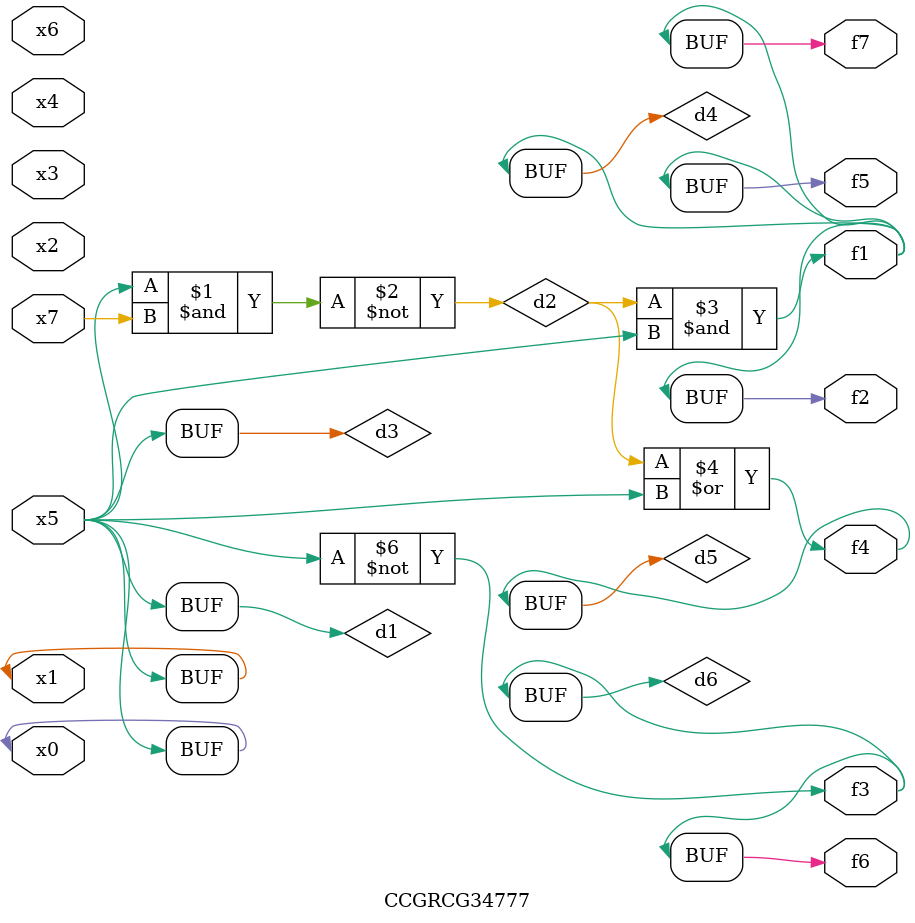
<source format=v>
module CCGRCG34777(
	input x0, x1, x2, x3, x4, x5, x6, x7,
	output f1, f2, f3, f4, f5, f6, f7
);

	wire d1, d2, d3, d4, d5, d6;

	buf (d1, x0, x5);
	nand (d2, x5, x7);
	buf (d3, x0, x1);
	and (d4, d2, d3);
	or (d5, d2, d3);
	nor (d6, d1, d3);
	assign f1 = d4;
	assign f2 = d4;
	assign f3 = d6;
	assign f4 = d5;
	assign f5 = d4;
	assign f6 = d6;
	assign f7 = d4;
endmodule

</source>
